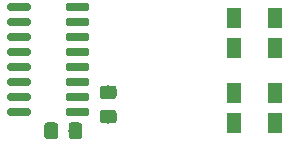
<source format=gbr>
G04 #@! TF.GenerationSoftware,KiCad,Pcbnew,(5.1.4)-1*
G04 #@! TF.CreationDate,2020-03-08T22:11:45+03:00*
G04 #@! TF.ProjectId,ArrowKbd,4172726f-774b-4626-942e-6b696361645f,rev?*
G04 #@! TF.SameCoordinates,Original*
G04 #@! TF.FileFunction,Paste,Bot*
G04 #@! TF.FilePolarity,Positive*
%FSLAX46Y46*%
G04 Gerber Fmt 4.6, Leading zero omitted, Abs format (unit mm)*
G04 Created by KiCad (PCBNEW (5.1.4)-1) date 2020-03-08 22:11:45*
%MOMM*%
%LPD*%
G04 APERTURE LIST*
%ADD10C,0.100000*%
%ADD11C,1.150000*%
%ADD12R,1.300000X1.700000*%
%ADD13C,0.600000*%
G04 APERTURE END LIST*
D10*
G36*
X105249505Y-69983704D02*
G01*
X105273773Y-69987304D01*
X105297572Y-69993265D01*
X105320671Y-70001530D01*
X105342850Y-70012020D01*
X105363893Y-70024632D01*
X105383599Y-70039247D01*
X105401777Y-70055723D01*
X105418253Y-70073901D01*
X105432868Y-70093607D01*
X105445480Y-70114650D01*
X105455970Y-70136829D01*
X105464235Y-70159928D01*
X105470196Y-70183727D01*
X105473796Y-70207995D01*
X105475000Y-70232499D01*
X105475000Y-70882501D01*
X105473796Y-70907005D01*
X105470196Y-70931273D01*
X105464235Y-70955072D01*
X105455970Y-70978171D01*
X105445480Y-71000350D01*
X105432868Y-71021393D01*
X105418253Y-71041099D01*
X105401777Y-71059277D01*
X105383599Y-71075753D01*
X105363893Y-71090368D01*
X105342850Y-71102980D01*
X105320671Y-71113470D01*
X105297572Y-71121735D01*
X105273773Y-71127696D01*
X105249505Y-71131296D01*
X105225001Y-71132500D01*
X104324999Y-71132500D01*
X104300495Y-71131296D01*
X104276227Y-71127696D01*
X104252428Y-71121735D01*
X104229329Y-71113470D01*
X104207150Y-71102980D01*
X104186107Y-71090368D01*
X104166401Y-71075753D01*
X104148223Y-71059277D01*
X104131747Y-71041099D01*
X104117132Y-71021393D01*
X104104520Y-71000350D01*
X104094030Y-70978171D01*
X104085765Y-70955072D01*
X104079804Y-70931273D01*
X104076204Y-70907005D01*
X104075000Y-70882501D01*
X104075000Y-70232499D01*
X104076204Y-70207995D01*
X104079804Y-70183727D01*
X104085765Y-70159928D01*
X104094030Y-70136829D01*
X104104520Y-70114650D01*
X104117132Y-70093607D01*
X104131747Y-70073901D01*
X104148223Y-70055723D01*
X104166401Y-70039247D01*
X104186107Y-70024632D01*
X104207150Y-70012020D01*
X104229329Y-70001530D01*
X104252428Y-69993265D01*
X104276227Y-69987304D01*
X104300495Y-69983704D01*
X104324999Y-69982500D01*
X105225001Y-69982500D01*
X105249505Y-69983704D01*
X105249505Y-69983704D01*
G37*
D11*
X104775000Y-70557500D03*
D10*
G36*
X105249505Y-67933704D02*
G01*
X105273773Y-67937304D01*
X105297572Y-67943265D01*
X105320671Y-67951530D01*
X105342850Y-67962020D01*
X105363893Y-67974632D01*
X105383599Y-67989247D01*
X105401777Y-68005723D01*
X105418253Y-68023901D01*
X105432868Y-68043607D01*
X105445480Y-68064650D01*
X105455970Y-68086829D01*
X105464235Y-68109928D01*
X105470196Y-68133727D01*
X105473796Y-68157995D01*
X105475000Y-68182499D01*
X105475000Y-68832501D01*
X105473796Y-68857005D01*
X105470196Y-68881273D01*
X105464235Y-68905072D01*
X105455970Y-68928171D01*
X105445480Y-68950350D01*
X105432868Y-68971393D01*
X105418253Y-68991099D01*
X105401777Y-69009277D01*
X105383599Y-69025753D01*
X105363893Y-69040368D01*
X105342850Y-69052980D01*
X105320671Y-69063470D01*
X105297572Y-69071735D01*
X105273773Y-69077696D01*
X105249505Y-69081296D01*
X105225001Y-69082500D01*
X104324999Y-69082500D01*
X104300495Y-69081296D01*
X104276227Y-69077696D01*
X104252428Y-69071735D01*
X104229329Y-69063470D01*
X104207150Y-69052980D01*
X104186107Y-69040368D01*
X104166401Y-69025753D01*
X104148223Y-69009277D01*
X104131747Y-68991099D01*
X104117132Y-68971393D01*
X104104520Y-68950350D01*
X104094030Y-68928171D01*
X104085765Y-68905072D01*
X104079804Y-68881273D01*
X104076204Y-68857005D01*
X104075000Y-68832501D01*
X104075000Y-68182499D01*
X104076204Y-68157995D01*
X104079804Y-68133727D01*
X104085765Y-68109928D01*
X104094030Y-68086829D01*
X104104520Y-68064650D01*
X104117132Y-68043607D01*
X104131747Y-68023901D01*
X104148223Y-68005723D01*
X104166401Y-67989247D01*
X104186107Y-67974632D01*
X104207150Y-67962020D01*
X104229329Y-67951530D01*
X104252428Y-67943265D01*
X104276227Y-67937304D01*
X104300495Y-67933704D01*
X104324999Y-67932500D01*
X105225001Y-67932500D01*
X105249505Y-67933704D01*
X105249505Y-67933704D01*
G37*
D11*
X104775000Y-68507500D03*
D12*
X118907500Y-71120000D03*
X115407500Y-71120000D03*
X115407500Y-68580000D03*
X118907500Y-68580000D03*
X115407500Y-64770000D03*
X118907500Y-64770000D03*
X118907500Y-62230000D03*
X115407500Y-62230000D03*
D10*
G36*
X100289505Y-71056204D02*
G01*
X100313773Y-71059804D01*
X100337572Y-71065765D01*
X100360671Y-71074030D01*
X100382850Y-71084520D01*
X100403893Y-71097132D01*
X100423599Y-71111747D01*
X100441777Y-71128223D01*
X100458253Y-71146401D01*
X100472868Y-71166107D01*
X100485480Y-71187150D01*
X100495970Y-71209329D01*
X100504235Y-71232428D01*
X100510196Y-71256227D01*
X100513796Y-71280495D01*
X100515000Y-71304999D01*
X100515000Y-72205001D01*
X100513796Y-72229505D01*
X100510196Y-72253773D01*
X100504235Y-72277572D01*
X100495970Y-72300671D01*
X100485480Y-72322850D01*
X100472868Y-72343893D01*
X100458253Y-72363599D01*
X100441777Y-72381777D01*
X100423599Y-72398253D01*
X100403893Y-72412868D01*
X100382850Y-72425480D01*
X100360671Y-72435970D01*
X100337572Y-72444235D01*
X100313773Y-72450196D01*
X100289505Y-72453796D01*
X100265001Y-72455000D01*
X99614999Y-72455000D01*
X99590495Y-72453796D01*
X99566227Y-72450196D01*
X99542428Y-72444235D01*
X99519329Y-72435970D01*
X99497150Y-72425480D01*
X99476107Y-72412868D01*
X99456401Y-72398253D01*
X99438223Y-72381777D01*
X99421747Y-72363599D01*
X99407132Y-72343893D01*
X99394520Y-72322850D01*
X99384030Y-72300671D01*
X99375765Y-72277572D01*
X99369804Y-72253773D01*
X99366204Y-72229505D01*
X99365000Y-72205001D01*
X99365000Y-71304999D01*
X99366204Y-71280495D01*
X99369804Y-71256227D01*
X99375765Y-71232428D01*
X99384030Y-71209329D01*
X99394520Y-71187150D01*
X99407132Y-71166107D01*
X99421747Y-71146401D01*
X99438223Y-71128223D01*
X99456401Y-71111747D01*
X99476107Y-71097132D01*
X99497150Y-71084520D01*
X99519329Y-71074030D01*
X99542428Y-71065765D01*
X99566227Y-71059804D01*
X99590495Y-71056204D01*
X99614999Y-71055000D01*
X100265001Y-71055000D01*
X100289505Y-71056204D01*
X100289505Y-71056204D01*
G37*
D11*
X99940000Y-71755000D03*
D10*
G36*
X102339505Y-71056204D02*
G01*
X102363773Y-71059804D01*
X102387572Y-71065765D01*
X102410671Y-71074030D01*
X102432850Y-71084520D01*
X102453893Y-71097132D01*
X102473599Y-71111747D01*
X102491777Y-71128223D01*
X102508253Y-71146401D01*
X102522868Y-71166107D01*
X102535480Y-71187150D01*
X102545970Y-71209329D01*
X102554235Y-71232428D01*
X102560196Y-71256227D01*
X102563796Y-71280495D01*
X102565000Y-71304999D01*
X102565000Y-72205001D01*
X102563796Y-72229505D01*
X102560196Y-72253773D01*
X102554235Y-72277572D01*
X102545970Y-72300671D01*
X102535480Y-72322850D01*
X102522868Y-72343893D01*
X102508253Y-72363599D01*
X102491777Y-72381777D01*
X102473599Y-72398253D01*
X102453893Y-72412868D01*
X102432850Y-72425480D01*
X102410671Y-72435970D01*
X102387572Y-72444235D01*
X102363773Y-72450196D01*
X102339505Y-72453796D01*
X102315001Y-72455000D01*
X101664999Y-72455000D01*
X101640495Y-72453796D01*
X101616227Y-72450196D01*
X101592428Y-72444235D01*
X101569329Y-72435970D01*
X101547150Y-72425480D01*
X101526107Y-72412868D01*
X101506401Y-72398253D01*
X101488223Y-72381777D01*
X101471747Y-72363599D01*
X101457132Y-72343893D01*
X101444520Y-72322850D01*
X101434030Y-72300671D01*
X101425765Y-72277572D01*
X101419804Y-72253773D01*
X101416204Y-72229505D01*
X101415000Y-72205001D01*
X101415000Y-71304999D01*
X101416204Y-71280495D01*
X101419804Y-71256227D01*
X101425765Y-71232428D01*
X101434030Y-71209329D01*
X101444520Y-71187150D01*
X101457132Y-71166107D01*
X101471747Y-71146401D01*
X101488223Y-71128223D01*
X101506401Y-71111747D01*
X101526107Y-71097132D01*
X101547150Y-71084520D01*
X101569329Y-71074030D01*
X101592428Y-71065765D01*
X101616227Y-71059804D01*
X101640495Y-71056204D01*
X101664999Y-71055000D01*
X102315001Y-71055000D01*
X102339505Y-71056204D01*
X102339505Y-71056204D01*
G37*
D11*
X101990000Y-71755000D03*
D10*
G36*
X98059703Y-69868222D02*
G01*
X98074264Y-69870382D01*
X98088543Y-69873959D01*
X98102403Y-69878918D01*
X98115710Y-69885212D01*
X98128336Y-69892780D01*
X98140159Y-69901548D01*
X98151066Y-69911434D01*
X98160952Y-69922341D01*
X98169720Y-69934164D01*
X98177288Y-69946790D01*
X98183582Y-69960097D01*
X98188541Y-69973957D01*
X98192118Y-69988236D01*
X98194278Y-70002797D01*
X98195000Y-70017500D01*
X98195000Y-70317500D01*
X98194278Y-70332203D01*
X98192118Y-70346764D01*
X98188541Y-70361043D01*
X98183582Y-70374903D01*
X98177288Y-70388210D01*
X98169720Y-70400836D01*
X98160952Y-70412659D01*
X98151066Y-70423566D01*
X98140159Y-70433452D01*
X98128336Y-70442220D01*
X98115710Y-70449788D01*
X98102403Y-70456082D01*
X98088543Y-70461041D01*
X98074264Y-70464618D01*
X98059703Y-70466778D01*
X98045000Y-70467500D01*
X96395000Y-70467500D01*
X96380297Y-70466778D01*
X96365736Y-70464618D01*
X96351457Y-70461041D01*
X96337597Y-70456082D01*
X96324290Y-70449788D01*
X96311664Y-70442220D01*
X96299841Y-70433452D01*
X96288934Y-70423566D01*
X96279048Y-70412659D01*
X96270280Y-70400836D01*
X96262712Y-70388210D01*
X96256418Y-70374903D01*
X96251459Y-70361043D01*
X96247882Y-70346764D01*
X96245722Y-70332203D01*
X96245000Y-70317500D01*
X96245000Y-70017500D01*
X96245722Y-70002797D01*
X96247882Y-69988236D01*
X96251459Y-69973957D01*
X96256418Y-69960097D01*
X96262712Y-69946790D01*
X96270280Y-69934164D01*
X96279048Y-69922341D01*
X96288934Y-69911434D01*
X96299841Y-69901548D01*
X96311664Y-69892780D01*
X96324290Y-69885212D01*
X96337597Y-69878918D01*
X96351457Y-69873959D01*
X96365736Y-69870382D01*
X96380297Y-69868222D01*
X96395000Y-69867500D01*
X98045000Y-69867500D01*
X98059703Y-69868222D01*
X98059703Y-69868222D01*
G37*
D13*
X97220000Y-70167500D03*
D10*
G36*
X98059703Y-68598222D02*
G01*
X98074264Y-68600382D01*
X98088543Y-68603959D01*
X98102403Y-68608918D01*
X98115710Y-68615212D01*
X98128336Y-68622780D01*
X98140159Y-68631548D01*
X98151066Y-68641434D01*
X98160952Y-68652341D01*
X98169720Y-68664164D01*
X98177288Y-68676790D01*
X98183582Y-68690097D01*
X98188541Y-68703957D01*
X98192118Y-68718236D01*
X98194278Y-68732797D01*
X98195000Y-68747500D01*
X98195000Y-69047500D01*
X98194278Y-69062203D01*
X98192118Y-69076764D01*
X98188541Y-69091043D01*
X98183582Y-69104903D01*
X98177288Y-69118210D01*
X98169720Y-69130836D01*
X98160952Y-69142659D01*
X98151066Y-69153566D01*
X98140159Y-69163452D01*
X98128336Y-69172220D01*
X98115710Y-69179788D01*
X98102403Y-69186082D01*
X98088543Y-69191041D01*
X98074264Y-69194618D01*
X98059703Y-69196778D01*
X98045000Y-69197500D01*
X96395000Y-69197500D01*
X96380297Y-69196778D01*
X96365736Y-69194618D01*
X96351457Y-69191041D01*
X96337597Y-69186082D01*
X96324290Y-69179788D01*
X96311664Y-69172220D01*
X96299841Y-69163452D01*
X96288934Y-69153566D01*
X96279048Y-69142659D01*
X96270280Y-69130836D01*
X96262712Y-69118210D01*
X96256418Y-69104903D01*
X96251459Y-69091043D01*
X96247882Y-69076764D01*
X96245722Y-69062203D01*
X96245000Y-69047500D01*
X96245000Y-68747500D01*
X96245722Y-68732797D01*
X96247882Y-68718236D01*
X96251459Y-68703957D01*
X96256418Y-68690097D01*
X96262712Y-68676790D01*
X96270280Y-68664164D01*
X96279048Y-68652341D01*
X96288934Y-68641434D01*
X96299841Y-68631548D01*
X96311664Y-68622780D01*
X96324290Y-68615212D01*
X96337597Y-68608918D01*
X96351457Y-68603959D01*
X96365736Y-68600382D01*
X96380297Y-68598222D01*
X96395000Y-68597500D01*
X98045000Y-68597500D01*
X98059703Y-68598222D01*
X98059703Y-68598222D01*
G37*
D13*
X97220000Y-68897500D03*
D10*
G36*
X98059703Y-67328222D02*
G01*
X98074264Y-67330382D01*
X98088543Y-67333959D01*
X98102403Y-67338918D01*
X98115710Y-67345212D01*
X98128336Y-67352780D01*
X98140159Y-67361548D01*
X98151066Y-67371434D01*
X98160952Y-67382341D01*
X98169720Y-67394164D01*
X98177288Y-67406790D01*
X98183582Y-67420097D01*
X98188541Y-67433957D01*
X98192118Y-67448236D01*
X98194278Y-67462797D01*
X98195000Y-67477500D01*
X98195000Y-67777500D01*
X98194278Y-67792203D01*
X98192118Y-67806764D01*
X98188541Y-67821043D01*
X98183582Y-67834903D01*
X98177288Y-67848210D01*
X98169720Y-67860836D01*
X98160952Y-67872659D01*
X98151066Y-67883566D01*
X98140159Y-67893452D01*
X98128336Y-67902220D01*
X98115710Y-67909788D01*
X98102403Y-67916082D01*
X98088543Y-67921041D01*
X98074264Y-67924618D01*
X98059703Y-67926778D01*
X98045000Y-67927500D01*
X96395000Y-67927500D01*
X96380297Y-67926778D01*
X96365736Y-67924618D01*
X96351457Y-67921041D01*
X96337597Y-67916082D01*
X96324290Y-67909788D01*
X96311664Y-67902220D01*
X96299841Y-67893452D01*
X96288934Y-67883566D01*
X96279048Y-67872659D01*
X96270280Y-67860836D01*
X96262712Y-67848210D01*
X96256418Y-67834903D01*
X96251459Y-67821043D01*
X96247882Y-67806764D01*
X96245722Y-67792203D01*
X96245000Y-67777500D01*
X96245000Y-67477500D01*
X96245722Y-67462797D01*
X96247882Y-67448236D01*
X96251459Y-67433957D01*
X96256418Y-67420097D01*
X96262712Y-67406790D01*
X96270280Y-67394164D01*
X96279048Y-67382341D01*
X96288934Y-67371434D01*
X96299841Y-67361548D01*
X96311664Y-67352780D01*
X96324290Y-67345212D01*
X96337597Y-67338918D01*
X96351457Y-67333959D01*
X96365736Y-67330382D01*
X96380297Y-67328222D01*
X96395000Y-67327500D01*
X98045000Y-67327500D01*
X98059703Y-67328222D01*
X98059703Y-67328222D01*
G37*
D13*
X97220000Y-67627500D03*
D10*
G36*
X98059703Y-66058222D02*
G01*
X98074264Y-66060382D01*
X98088543Y-66063959D01*
X98102403Y-66068918D01*
X98115710Y-66075212D01*
X98128336Y-66082780D01*
X98140159Y-66091548D01*
X98151066Y-66101434D01*
X98160952Y-66112341D01*
X98169720Y-66124164D01*
X98177288Y-66136790D01*
X98183582Y-66150097D01*
X98188541Y-66163957D01*
X98192118Y-66178236D01*
X98194278Y-66192797D01*
X98195000Y-66207500D01*
X98195000Y-66507500D01*
X98194278Y-66522203D01*
X98192118Y-66536764D01*
X98188541Y-66551043D01*
X98183582Y-66564903D01*
X98177288Y-66578210D01*
X98169720Y-66590836D01*
X98160952Y-66602659D01*
X98151066Y-66613566D01*
X98140159Y-66623452D01*
X98128336Y-66632220D01*
X98115710Y-66639788D01*
X98102403Y-66646082D01*
X98088543Y-66651041D01*
X98074264Y-66654618D01*
X98059703Y-66656778D01*
X98045000Y-66657500D01*
X96395000Y-66657500D01*
X96380297Y-66656778D01*
X96365736Y-66654618D01*
X96351457Y-66651041D01*
X96337597Y-66646082D01*
X96324290Y-66639788D01*
X96311664Y-66632220D01*
X96299841Y-66623452D01*
X96288934Y-66613566D01*
X96279048Y-66602659D01*
X96270280Y-66590836D01*
X96262712Y-66578210D01*
X96256418Y-66564903D01*
X96251459Y-66551043D01*
X96247882Y-66536764D01*
X96245722Y-66522203D01*
X96245000Y-66507500D01*
X96245000Y-66207500D01*
X96245722Y-66192797D01*
X96247882Y-66178236D01*
X96251459Y-66163957D01*
X96256418Y-66150097D01*
X96262712Y-66136790D01*
X96270280Y-66124164D01*
X96279048Y-66112341D01*
X96288934Y-66101434D01*
X96299841Y-66091548D01*
X96311664Y-66082780D01*
X96324290Y-66075212D01*
X96337597Y-66068918D01*
X96351457Y-66063959D01*
X96365736Y-66060382D01*
X96380297Y-66058222D01*
X96395000Y-66057500D01*
X98045000Y-66057500D01*
X98059703Y-66058222D01*
X98059703Y-66058222D01*
G37*
D13*
X97220000Y-66357500D03*
D10*
G36*
X98059703Y-64788222D02*
G01*
X98074264Y-64790382D01*
X98088543Y-64793959D01*
X98102403Y-64798918D01*
X98115710Y-64805212D01*
X98128336Y-64812780D01*
X98140159Y-64821548D01*
X98151066Y-64831434D01*
X98160952Y-64842341D01*
X98169720Y-64854164D01*
X98177288Y-64866790D01*
X98183582Y-64880097D01*
X98188541Y-64893957D01*
X98192118Y-64908236D01*
X98194278Y-64922797D01*
X98195000Y-64937500D01*
X98195000Y-65237500D01*
X98194278Y-65252203D01*
X98192118Y-65266764D01*
X98188541Y-65281043D01*
X98183582Y-65294903D01*
X98177288Y-65308210D01*
X98169720Y-65320836D01*
X98160952Y-65332659D01*
X98151066Y-65343566D01*
X98140159Y-65353452D01*
X98128336Y-65362220D01*
X98115710Y-65369788D01*
X98102403Y-65376082D01*
X98088543Y-65381041D01*
X98074264Y-65384618D01*
X98059703Y-65386778D01*
X98045000Y-65387500D01*
X96395000Y-65387500D01*
X96380297Y-65386778D01*
X96365736Y-65384618D01*
X96351457Y-65381041D01*
X96337597Y-65376082D01*
X96324290Y-65369788D01*
X96311664Y-65362220D01*
X96299841Y-65353452D01*
X96288934Y-65343566D01*
X96279048Y-65332659D01*
X96270280Y-65320836D01*
X96262712Y-65308210D01*
X96256418Y-65294903D01*
X96251459Y-65281043D01*
X96247882Y-65266764D01*
X96245722Y-65252203D01*
X96245000Y-65237500D01*
X96245000Y-64937500D01*
X96245722Y-64922797D01*
X96247882Y-64908236D01*
X96251459Y-64893957D01*
X96256418Y-64880097D01*
X96262712Y-64866790D01*
X96270280Y-64854164D01*
X96279048Y-64842341D01*
X96288934Y-64831434D01*
X96299841Y-64821548D01*
X96311664Y-64812780D01*
X96324290Y-64805212D01*
X96337597Y-64798918D01*
X96351457Y-64793959D01*
X96365736Y-64790382D01*
X96380297Y-64788222D01*
X96395000Y-64787500D01*
X98045000Y-64787500D01*
X98059703Y-64788222D01*
X98059703Y-64788222D01*
G37*
D13*
X97220000Y-65087500D03*
D10*
G36*
X98059703Y-63518222D02*
G01*
X98074264Y-63520382D01*
X98088543Y-63523959D01*
X98102403Y-63528918D01*
X98115710Y-63535212D01*
X98128336Y-63542780D01*
X98140159Y-63551548D01*
X98151066Y-63561434D01*
X98160952Y-63572341D01*
X98169720Y-63584164D01*
X98177288Y-63596790D01*
X98183582Y-63610097D01*
X98188541Y-63623957D01*
X98192118Y-63638236D01*
X98194278Y-63652797D01*
X98195000Y-63667500D01*
X98195000Y-63967500D01*
X98194278Y-63982203D01*
X98192118Y-63996764D01*
X98188541Y-64011043D01*
X98183582Y-64024903D01*
X98177288Y-64038210D01*
X98169720Y-64050836D01*
X98160952Y-64062659D01*
X98151066Y-64073566D01*
X98140159Y-64083452D01*
X98128336Y-64092220D01*
X98115710Y-64099788D01*
X98102403Y-64106082D01*
X98088543Y-64111041D01*
X98074264Y-64114618D01*
X98059703Y-64116778D01*
X98045000Y-64117500D01*
X96395000Y-64117500D01*
X96380297Y-64116778D01*
X96365736Y-64114618D01*
X96351457Y-64111041D01*
X96337597Y-64106082D01*
X96324290Y-64099788D01*
X96311664Y-64092220D01*
X96299841Y-64083452D01*
X96288934Y-64073566D01*
X96279048Y-64062659D01*
X96270280Y-64050836D01*
X96262712Y-64038210D01*
X96256418Y-64024903D01*
X96251459Y-64011043D01*
X96247882Y-63996764D01*
X96245722Y-63982203D01*
X96245000Y-63967500D01*
X96245000Y-63667500D01*
X96245722Y-63652797D01*
X96247882Y-63638236D01*
X96251459Y-63623957D01*
X96256418Y-63610097D01*
X96262712Y-63596790D01*
X96270280Y-63584164D01*
X96279048Y-63572341D01*
X96288934Y-63561434D01*
X96299841Y-63551548D01*
X96311664Y-63542780D01*
X96324290Y-63535212D01*
X96337597Y-63528918D01*
X96351457Y-63523959D01*
X96365736Y-63520382D01*
X96380297Y-63518222D01*
X96395000Y-63517500D01*
X98045000Y-63517500D01*
X98059703Y-63518222D01*
X98059703Y-63518222D01*
G37*
D13*
X97220000Y-63817500D03*
D10*
G36*
X98059703Y-62248222D02*
G01*
X98074264Y-62250382D01*
X98088543Y-62253959D01*
X98102403Y-62258918D01*
X98115710Y-62265212D01*
X98128336Y-62272780D01*
X98140159Y-62281548D01*
X98151066Y-62291434D01*
X98160952Y-62302341D01*
X98169720Y-62314164D01*
X98177288Y-62326790D01*
X98183582Y-62340097D01*
X98188541Y-62353957D01*
X98192118Y-62368236D01*
X98194278Y-62382797D01*
X98195000Y-62397500D01*
X98195000Y-62697500D01*
X98194278Y-62712203D01*
X98192118Y-62726764D01*
X98188541Y-62741043D01*
X98183582Y-62754903D01*
X98177288Y-62768210D01*
X98169720Y-62780836D01*
X98160952Y-62792659D01*
X98151066Y-62803566D01*
X98140159Y-62813452D01*
X98128336Y-62822220D01*
X98115710Y-62829788D01*
X98102403Y-62836082D01*
X98088543Y-62841041D01*
X98074264Y-62844618D01*
X98059703Y-62846778D01*
X98045000Y-62847500D01*
X96395000Y-62847500D01*
X96380297Y-62846778D01*
X96365736Y-62844618D01*
X96351457Y-62841041D01*
X96337597Y-62836082D01*
X96324290Y-62829788D01*
X96311664Y-62822220D01*
X96299841Y-62813452D01*
X96288934Y-62803566D01*
X96279048Y-62792659D01*
X96270280Y-62780836D01*
X96262712Y-62768210D01*
X96256418Y-62754903D01*
X96251459Y-62741043D01*
X96247882Y-62726764D01*
X96245722Y-62712203D01*
X96245000Y-62697500D01*
X96245000Y-62397500D01*
X96245722Y-62382797D01*
X96247882Y-62368236D01*
X96251459Y-62353957D01*
X96256418Y-62340097D01*
X96262712Y-62326790D01*
X96270280Y-62314164D01*
X96279048Y-62302341D01*
X96288934Y-62291434D01*
X96299841Y-62281548D01*
X96311664Y-62272780D01*
X96324290Y-62265212D01*
X96337597Y-62258918D01*
X96351457Y-62253959D01*
X96365736Y-62250382D01*
X96380297Y-62248222D01*
X96395000Y-62247500D01*
X98045000Y-62247500D01*
X98059703Y-62248222D01*
X98059703Y-62248222D01*
G37*
D13*
X97220000Y-62547500D03*
D10*
G36*
X98059703Y-60978222D02*
G01*
X98074264Y-60980382D01*
X98088543Y-60983959D01*
X98102403Y-60988918D01*
X98115710Y-60995212D01*
X98128336Y-61002780D01*
X98140159Y-61011548D01*
X98151066Y-61021434D01*
X98160952Y-61032341D01*
X98169720Y-61044164D01*
X98177288Y-61056790D01*
X98183582Y-61070097D01*
X98188541Y-61083957D01*
X98192118Y-61098236D01*
X98194278Y-61112797D01*
X98195000Y-61127500D01*
X98195000Y-61427500D01*
X98194278Y-61442203D01*
X98192118Y-61456764D01*
X98188541Y-61471043D01*
X98183582Y-61484903D01*
X98177288Y-61498210D01*
X98169720Y-61510836D01*
X98160952Y-61522659D01*
X98151066Y-61533566D01*
X98140159Y-61543452D01*
X98128336Y-61552220D01*
X98115710Y-61559788D01*
X98102403Y-61566082D01*
X98088543Y-61571041D01*
X98074264Y-61574618D01*
X98059703Y-61576778D01*
X98045000Y-61577500D01*
X96395000Y-61577500D01*
X96380297Y-61576778D01*
X96365736Y-61574618D01*
X96351457Y-61571041D01*
X96337597Y-61566082D01*
X96324290Y-61559788D01*
X96311664Y-61552220D01*
X96299841Y-61543452D01*
X96288934Y-61533566D01*
X96279048Y-61522659D01*
X96270280Y-61510836D01*
X96262712Y-61498210D01*
X96256418Y-61484903D01*
X96251459Y-61471043D01*
X96247882Y-61456764D01*
X96245722Y-61442203D01*
X96245000Y-61427500D01*
X96245000Y-61127500D01*
X96245722Y-61112797D01*
X96247882Y-61098236D01*
X96251459Y-61083957D01*
X96256418Y-61070097D01*
X96262712Y-61056790D01*
X96270280Y-61044164D01*
X96279048Y-61032341D01*
X96288934Y-61021434D01*
X96299841Y-61011548D01*
X96311664Y-61002780D01*
X96324290Y-60995212D01*
X96337597Y-60988918D01*
X96351457Y-60983959D01*
X96365736Y-60980382D01*
X96380297Y-60978222D01*
X96395000Y-60977500D01*
X98045000Y-60977500D01*
X98059703Y-60978222D01*
X98059703Y-60978222D01*
G37*
D13*
X97220000Y-61277500D03*
D10*
G36*
X103009703Y-60978222D02*
G01*
X103024264Y-60980382D01*
X103038543Y-60983959D01*
X103052403Y-60988918D01*
X103065710Y-60995212D01*
X103078336Y-61002780D01*
X103090159Y-61011548D01*
X103101066Y-61021434D01*
X103110952Y-61032341D01*
X103119720Y-61044164D01*
X103127288Y-61056790D01*
X103133582Y-61070097D01*
X103138541Y-61083957D01*
X103142118Y-61098236D01*
X103144278Y-61112797D01*
X103145000Y-61127500D01*
X103145000Y-61427500D01*
X103144278Y-61442203D01*
X103142118Y-61456764D01*
X103138541Y-61471043D01*
X103133582Y-61484903D01*
X103127288Y-61498210D01*
X103119720Y-61510836D01*
X103110952Y-61522659D01*
X103101066Y-61533566D01*
X103090159Y-61543452D01*
X103078336Y-61552220D01*
X103065710Y-61559788D01*
X103052403Y-61566082D01*
X103038543Y-61571041D01*
X103024264Y-61574618D01*
X103009703Y-61576778D01*
X102995000Y-61577500D01*
X101345000Y-61577500D01*
X101330297Y-61576778D01*
X101315736Y-61574618D01*
X101301457Y-61571041D01*
X101287597Y-61566082D01*
X101274290Y-61559788D01*
X101261664Y-61552220D01*
X101249841Y-61543452D01*
X101238934Y-61533566D01*
X101229048Y-61522659D01*
X101220280Y-61510836D01*
X101212712Y-61498210D01*
X101206418Y-61484903D01*
X101201459Y-61471043D01*
X101197882Y-61456764D01*
X101195722Y-61442203D01*
X101195000Y-61427500D01*
X101195000Y-61127500D01*
X101195722Y-61112797D01*
X101197882Y-61098236D01*
X101201459Y-61083957D01*
X101206418Y-61070097D01*
X101212712Y-61056790D01*
X101220280Y-61044164D01*
X101229048Y-61032341D01*
X101238934Y-61021434D01*
X101249841Y-61011548D01*
X101261664Y-61002780D01*
X101274290Y-60995212D01*
X101287597Y-60988918D01*
X101301457Y-60983959D01*
X101315736Y-60980382D01*
X101330297Y-60978222D01*
X101345000Y-60977500D01*
X102995000Y-60977500D01*
X103009703Y-60978222D01*
X103009703Y-60978222D01*
G37*
D13*
X102170000Y-61277500D03*
D10*
G36*
X103009703Y-62248222D02*
G01*
X103024264Y-62250382D01*
X103038543Y-62253959D01*
X103052403Y-62258918D01*
X103065710Y-62265212D01*
X103078336Y-62272780D01*
X103090159Y-62281548D01*
X103101066Y-62291434D01*
X103110952Y-62302341D01*
X103119720Y-62314164D01*
X103127288Y-62326790D01*
X103133582Y-62340097D01*
X103138541Y-62353957D01*
X103142118Y-62368236D01*
X103144278Y-62382797D01*
X103145000Y-62397500D01*
X103145000Y-62697500D01*
X103144278Y-62712203D01*
X103142118Y-62726764D01*
X103138541Y-62741043D01*
X103133582Y-62754903D01*
X103127288Y-62768210D01*
X103119720Y-62780836D01*
X103110952Y-62792659D01*
X103101066Y-62803566D01*
X103090159Y-62813452D01*
X103078336Y-62822220D01*
X103065710Y-62829788D01*
X103052403Y-62836082D01*
X103038543Y-62841041D01*
X103024264Y-62844618D01*
X103009703Y-62846778D01*
X102995000Y-62847500D01*
X101345000Y-62847500D01*
X101330297Y-62846778D01*
X101315736Y-62844618D01*
X101301457Y-62841041D01*
X101287597Y-62836082D01*
X101274290Y-62829788D01*
X101261664Y-62822220D01*
X101249841Y-62813452D01*
X101238934Y-62803566D01*
X101229048Y-62792659D01*
X101220280Y-62780836D01*
X101212712Y-62768210D01*
X101206418Y-62754903D01*
X101201459Y-62741043D01*
X101197882Y-62726764D01*
X101195722Y-62712203D01*
X101195000Y-62697500D01*
X101195000Y-62397500D01*
X101195722Y-62382797D01*
X101197882Y-62368236D01*
X101201459Y-62353957D01*
X101206418Y-62340097D01*
X101212712Y-62326790D01*
X101220280Y-62314164D01*
X101229048Y-62302341D01*
X101238934Y-62291434D01*
X101249841Y-62281548D01*
X101261664Y-62272780D01*
X101274290Y-62265212D01*
X101287597Y-62258918D01*
X101301457Y-62253959D01*
X101315736Y-62250382D01*
X101330297Y-62248222D01*
X101345000Y-62247500D01*
X102995000Y-62247500D01*
X103009703Y-62248222D01*
X103009703Y-62248222D01*
G37*
D13*
X102170000Y-62547500D03*
D10*
G36*
X103009703Y-63518222D02*
G01*
X103024264Y-63520382D01*
X103038543Y-63523959D01*
X103052403Y-63528918D01*
X103065710Y-63535212D01*
X103078336Y-63542780D01*
X103090159Y-63551548D01*
X103101066Y-63561434D01*
X103110952Y-63572341D01*
X103119720Y-63584164D01*
X103127288Y-63596790D01*
X103133582Y-63610097D01*
X103138541Y-63623957D01*
X103142118Y-63638236D01*
X103144278Y-63652797D01*
X103145000Y-63667500D01*
X103145000Y-63967500D01*
X103144278Y-63982203D01*
X103142118Y-63996764D01*
X103138541Y-64011043D01*
X103133582Y-64024903D01*
X103127288Y-64038210D01*
X103119720Y-64050836D01*
X103110952Y-64062659D01*
X103101066Y-64073566D01*
X103090159Y-64083452D01*
X103078336Y-64092220D01*
X103065710Y-64099788D01*
X103052403Y-64106082D01*
X103038543Y-64111041D01*
X103024264Y-64114618D01*
X103009703Y-64116778D01*
X102995000Y-64117500D01*
X101345000Y-64117500D01*
X101330297Y-64116778D01*
X101315736Y-64114618D01*
X101301457Y-64111041D01*
X101287597Y-64106082D01*
X101274290Y-64099788D01*
X101261664Y-64092220D01*
X101249841Y-64083452D01*
X101238934Y-64073566D01*
X101229048Y-64062659D01*
X101220280Y-64050836D01*
X101212712Y-64038210D01*
X101206418Y-64024903D01*
X101201459Y-64011043D01*
X101197882Y-63996764D01*
X101195722Y-63982203D01*
X101195000Y-63967500D01*
X101195000Y-63667500D01*
X101195722Y-63652797D01*
X101197882Y-63638236D01*
X101201459Y-63623957D01*
X101206418Y-63610097D01*
X101212712Y-63596790D01*
X101220280Y-63584164D01*
X101229048Y-63572341D01*
X101238934Y-63561434D01*
X101249841Y-63551548D01*
X101261664Y-63542780D01*
X101274290Y-63535212D01*
X101287597Y-63528918D01*
X101301457Y-63523959D01*
X101315736Y-63520382D01*
X101330297Y-63518222D01*
X101345000Y-63517500D01*
X102995000Y-63517500D01*
X103009703Y-63518222D01*
X103009703Y-63518222D01*
G37*
D13*
X102170000Y-63817500D03*
D10*
G36*
X103009703Y-64788222D02*
G01*
X103024264Y-64790382D01*
X103038543Y-64793959D01*
X103052403Y-64798918D01*
X103065710Y-64805212D01*
X103078336Y-64812780D01*
X103090159Y-64821548D01*
X103101066Y-64831434D01*
X103110952Y-64842341D01*
X103119720Y-64854164D01*
X103127288Y-64866790D01*
X103133582Y-64880097D01*
X103138541Y-64893957D01*
X103142118Y-64908236D01*
X103144278Y-64922797D01*
X103145000Y-64937500D01*
X103145000Y-65237500D01*
X103144278Y-65252203D01*
X103142118Y-65266764D01*
X103138541Y-65281043D01*
X103133582Y-65294903D01*
X103127288Y-65308210D01*
X103119720Y-65320836D01*
X103110952Y-65332659D01*
X103101066Y-65343566D01*
X103090159Y-65353452D01*
X103078336Y-65362220D01*
X103065710Y-65369788D01*
X103052403Y-65376082D01*
X103038543Y-65381041D01*
X103024264Y-65384618D01*
X103009703Y-65386778D01*
X102995000Y-65387500D01*
X101345000Y-65387500D01*
X101330297Y-65386778D01*
X101315736Y-65384618D01*
X101301457Y-65381041D01*
X101287597Y-65376082D01*
X101274290Y-65369788D01*
X101261664Y-65362220D01*
X101249841Y-65353452D01*
X101238934Y-65343566D01*
X101229048Y-65332659D01*
X101220280Y-65320836D01*
X101212712Y-65308210D01*
X101206418Y-65294903D01*
X101201459Y-65281043D01*
X101197882Y-65266764D01*
X101195722Y-65252203D01*
X101195000Y-65237500D01*
X101195000Y-64937500D01*
X101195722Y-64922797D01*
X101197882Y-64908236D01*
X101201459Y-64893957D01*
X101206418Y-64880097D01*
X101212712Y-64866790D01*
X101220280Y-64854164D01*
X101229048Y-64842341D01*
X101238934Y-64831434D01*
X101249841Y-64821548D01*
X101261664Y-64812780D01*
X101274290Y-64805212D01*
X101287597Y-64798918D01*
X101301457Y-64793959D01*
X101315736Y-64790382D01*
X101330297Y-64788222D01*
X101345000Y-64787500D01*
X102995000Y-64787500D01*
X103009703Y-64788222D01*
X103009703Y-64788222D01*
G37*
D13*
X102170000Y-65087500D03*
D10*
G36*
X103009703Y-66058222D02*
G01*
X103024264Y-66060382D01*
X103038543Y-66063959D01*
X103052403Y-66068918D01*
X103065710Y-66075212D01*
X103078336Y-66082780D01*
X103090159Y-66091548D01*
X103101066Y-66101434D01*
X103110952Y-66112341D01*
X103119720Y-66124164D01*
X103127288Y-66136790D01*
X103133582Y-66150097D01*
X103138541Y-66163957D01*
X103142118Y-66178236D01*
X103144278Y-66192797D01*
X103145000Y-66207500D01*
X103145000Y-66507500D01*
X103144278Y-66522203D01*
X103142118Y-66536764D01*
X103138541Y-66551043D01*
X103133582Y-66564903D01*
X103127288Y-66578210D01*
X103119720Y-66590836D01*
X103110952Y-66602659D01*
X103101066Y-66613566D01*
X103090159Y-66623452D01*
X103078336Y-66632220D01*
X103065710Y-66639788D01*
X103052403Y-66646082D01*
X103038543Y-66651041D01*
X103024264Y-66654618D01*
X103009703Y-66656778D01*
X102995000Y-66657500D01*
X101345000Y-66657500D01*
X101330297Y-66656778D01*
X101315736Y-66654618D01*
X101301457Y-66651041D01*
X101287597Y-66646082D01*
X101274290Y-66639788D01*
X101261664Y-66632220D01*
X101249841Y-66623452D01*
X101238934Y-66613566D01*
X101229048Y-66602659D01*
X101220280Y-66590836D01*
X101212712Y-66578210D01*
X101206418Y-66564903D01*
X101201459Y-66551043D01*
X101197882Y-66536764D01*
X101195722Y-66522203D01*
X101195000Y-66507500D01*
X101195000Y-66207500D01*
X101195722Y-66192797D01*
X101197882Y-66178236D01*
X101201459Y-66163957D01*
X101206418Y-66150097D01*
X101212712Y-66136790D01*
X101220280Y-66124164D01*
X101229048Y-66112341D01*
X101238934Y-66101434D01*
X101249841Y-66091548D01*
X101261664Y-66082780D01*
X101274290Y-66075212D01*
X101287597Y-66068918D01*
X101301457Y-66063959D01*
X101315736Y-66060382D01*
X101330297Y-66058222D01*
X101345000Y-66057500D01*
X102995000Y-66057500D01*
X103009703Y-66058222D01*
X103009703Y-66058222D01*
G37*
D13*
X102170000Y-66357500D03*
D10*
G36*
X103009703Y-67328222D02*
G01*
X103024264Y-67330382D01*
X103038543Y-67333959D01*
X103052403Y-67338918D01*
X103065710Y-67345212D01*
X103078336Y-67352780D01*
X103090159Y-67361548D01*
X103101066Y-67371434D01*
X103110952Y-67382341D01*
X103119720Y-67394164D01*
X103127288Y-67406790D01*
X103133582Y-67420097D01*
X103138541Y-67433957D01*
X103142118Y-67448236D01*
X103144278Y-67462797D01*
X103145000Y-67477500D01*
X103145000Y-67777500D01*
X103144278Y-67792203D01*
X103142118Y-67806764D01*
X103138541Y-67821043D01*
X103133582Y-67834903D01*
X103127288Y-67848210D01*
X103119720Y-67860836D01*
X103110952Y-67872659D01*
X103101066Y-67883566D01*
X103090159Y-67893452D01*
X103078336Y-67902220D01*
X103065710Y-67909788D01*
X103052403Y-67916082D01*
X103038543Y-67921041D01*
X103024264Y-67924618D01*
X103009703Y-67926778D01*
X102995000Y-67927500D01*
X101345000Y-67927500D01*
X101330297Y-67926778D01*
X101315736Y-67924618D01*
X101301457Y-67921041D01*
X101287597Y-67916082D01*
X101274290Y-67909788D01*
X101261664Y-67902220D01*
X101249841Y-67893452D01*
X101238934Y-67883566D01*
X101229048Y-67872659D01*
X101220280Y-67860836D01*
X101212712Y-67848210D01*
X101206418Y-67834903D01*
X101201459Y-67821043D01*
X101197882Y-67806764D01*
X101195722Y-67792203D01*
X101195000Y-67777500D01*
X101195000Y-67477500D01*
X101195722Y-67462797D01*
X101197882Y-67448236D01*
X101201459Y-67433957D01*
X101206418Y-67420097D01*
X101212712Y-67406790D01*
X101220280Y-67394164D01*
X101229048Y-67382341D01*
X101238934Y-67371434D01*
X101249841Y-67361548D01*
X101261664Y-67352780D01*
X101274290Y-67345212D01*
X101287597Y-67338918D01*
X101301457Y-67333959D01*
X101315736Y-67330382D01*
X101330297Y-67328222D01*
X101345000Y-67327500D01*
X102995000Y-67327500D01*
X103009703Y-67328222D01*
X103009703Y-67328222D01*
G37*
D13*
X102170000Y-67627500D03*
D10*
G36*
X103009703Y-68598222D02*
G01*
X103024264Y-68600382D01*
X103038543Y-68603959D01*
X103052403Y-68608918D01*
X103065710Y-68615212D01*
X103078336Y-68622780D01*
X103090159Y-68631548D01*
X103101066Y-68641434D01*
X103110952Y-68652341D01*
X103119720Y-68664164D01*
X103127288Y-68676790D01*
X103133582Y-68690097D01*
X103138541Y-68703957D01*
X103142118Y-68718236D01*
X103144278Y-68732797D01*
X103145000Y-68747500D01*
X103145000Y-69047500D01*
X103144278Y-69062203D01*
X103142118Y-69076764D01*
X103138541Y-69091043D01*
X103133582Y-69104903D01*
X103127288Y-69118210D01*
X103119720Y-69130836D01*
X103110952Y-69142659D01*
X103101066Y-69153566D01*
X103090159Y-69163452D01*
X103078336Y-69172220D01*
X103065710Y-69179788D01*
X103052403Y-69186082D01*
X103038543Y-69191041D01*
X103024264Y-69194618D01*
X103009703Y-69196778D01*
X102995000Y-69197500D01*
X101345000Y-69197500D01*
X101330297Y-69196778D01*
X101315736Y-69194618D01*
X101301457Y-69191041D01*
X101287597Y-69186082D01*
X101274290Y-69179788D01*
X101261664Y-69172220D01*
X101249841Y-69163452D01*
X101238934Y-69153566D01*
X101229048Y-69142659D01*
X101220280Y-69130836D01*
X101212712Y-69118210D01*
X101206418Y-69104903D01*
X101201459Y-69091043D01*
X101197882Y-69076764D01*
X101195722Y-69062203D01*
X101195000Y-69047500D01*
X101195000Y-68747500D01*
X101195722Y-68732797D01*
X101197882Y-68718236D01*
X101201459Y-68703957D01*
X101206418Y-68690097D01*
X101212712Y-68676790D01*
X101220280Y-68664164D01*
X101229048Y-68652341D01*
X101238934Y-68641434D01*
X101249841Y-68631548D01*
X101261664Y-68622780D01*
X101274290Y-68615212D01*
X101287597Y-68608918D01*
X101301457Y-68603959D01*
X101315736Y-68600382D01*
X101330297Y-68598222D01*
X101345000Y-68597500D01*
X102995000Y-68597500D01*
X103009703Y-68598222D01*
X103009703Y-68598222D01*
G37*
D13*
X102170000Y-68897500D03*
D10*
G36*
X103009703Y-69868222D02*
G01*
X103024264Y-69870382D01*
X103038543Y-69873959D01*
X103052403Y-69878918D01*
X103065710Y-69885212D01*
X103078336Y-69892780D01*
X103090159Y-69901548D01*
X103101066Y-69911434D01*
X103110952Y-69922341D01*
X103119720Y-69934164D01*
X103127288Y-69946790D01*
X103133582Y-69960097D01*
X103138541Y-69973957D01*
X103142118Y-69988236D01*
X103144278Y-70002797D01*
X103145000Y-70017500D01*
X103145000Y-70317500D01*
X103144278Y-70332203D01*
X103142118Y-70346764D01*
X103138541Y-70361043D01*
X103133582Y-70374903D01*
X103127288Y-70388210D01*
X103119720Y-70400836D01*
X103110952Y-70412659D01*
X103101066Y-70423566D01*
X103090159Y-70433452D01*
X103078336Y-70442220D01*
X103065710Y-70449788D01*
X103052403Y-70456082D01*
X103038543Y-70461041D01*
X103024264Y-70464618D01*
X103009703Y-70466778D01*
X102995000Y-70467500D01*
X101345000Y-70467500D01*
X101330297Y-70466778D01*
X101315736Y-70464618D01*
X101301457Y-70461041D01*
X101287597Y-70456082D01*
X101274290Y-70449788D01*
X101261664Y-70442220D01*
X101249841Y-70433452D01*
X101238934Y-70423566D01*
X101229048Y-70412659D01*
X101220280Y-70400836D01*
X101212712Y-70388210D01*
X101206418Y-70374903D01*
X101201459Y-70361043D01*
X101197882Y-70346764D01*
X101195722Y-70332203D01*
X101195000Y-70317500D01*
X101195000Y-70017500D01*
X101195722Y-70002797D01*
X101197882Y-69988236D01*
X101201459Y-69973957D01*
X101206418Y-69960097D01*
X101212712Y-69946790D01*
X101220280Y-69934164D01*
X101229048Y-69922341D01*
X101238934Y-69911434D01*
X101249841Y-69901548D01*
X101261664Y-69892780D01*
X101274290Y-69885212D01*
X101287597Y-69878918D01*
X101301457Y-69873959D01*
X101315736Y-69870382D01*
X101330297Y-69868222D01*
X101345000Y-69867500D01*
X102995000Y-69867500D01*
X103009703Y-69868222D01*
X103009703Y-69868222D01*
G37*
D13*
X102170000Y-70167500D03*
M02*

</source>
